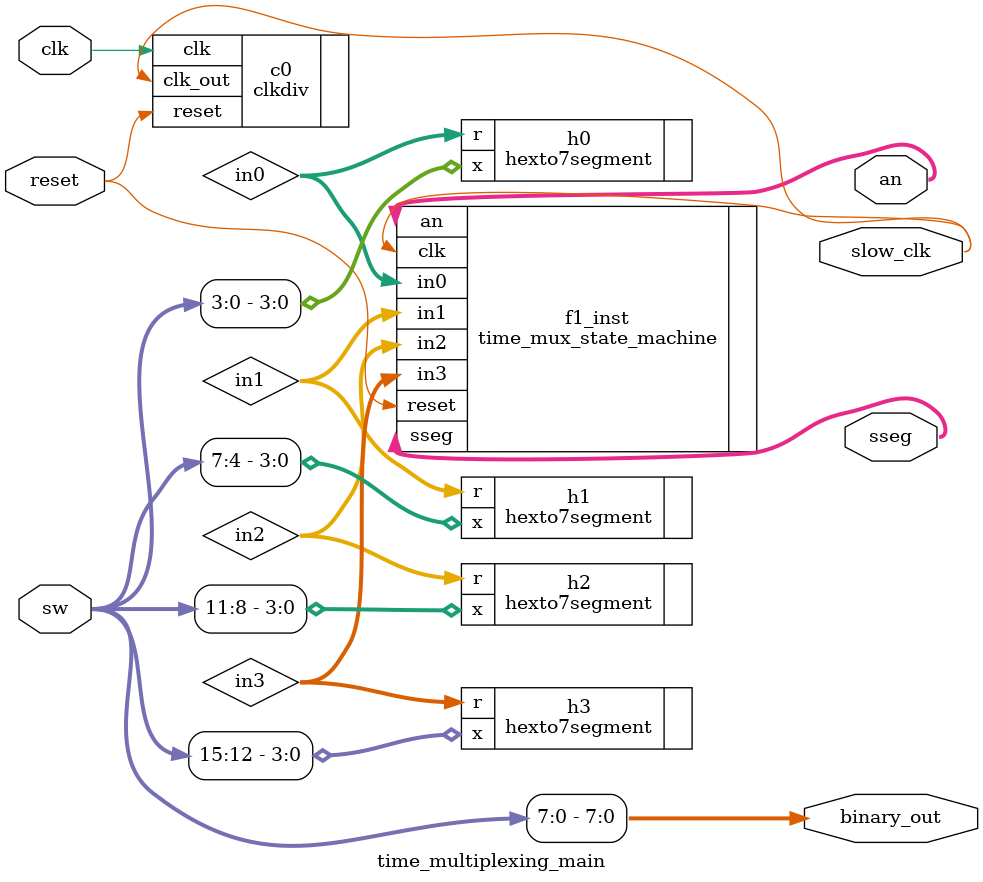
<source format=v>
`timescale 1ns / 1ps

module time_multiplexing_main(
    input clk,
    input reset,
    input [15:0] sw,
    output [3:0] an,
    output [6:0] sseg,
    output slow_clk,
    output [7:0] binary_out
);

wire [6:0] in0, in1, in2, in3;
assign binary_out = sw[7:0];

// Module instantiation of hexto7segment decoder
hexto7segment h0 (.x(sw[3:0]),   .r(in0));
hexto7segment h1 (.x(sw[7:4]),   .r(in1));
hexto7segment h2 (.x(sw[11:8]),  .r(in2));
hexto7segment h3 (.x(sw[15:12]), .r(in3));

// Module instantiation of clock divider
clkdiv c0(.clk(clk), .reset(reset), .clk_out(slow_clk));

// Module instantiation of the multiplexer
time_mux_state_machine f1_inst(
    .clk (slow_clk),
    .reset (reset),
    .in0 (in0),
    .in1 (in1),
    .in2 (in2),
    .in3 (in3),
    .an (an),
    .sseg (sseg)
);

endmodule

</source>
